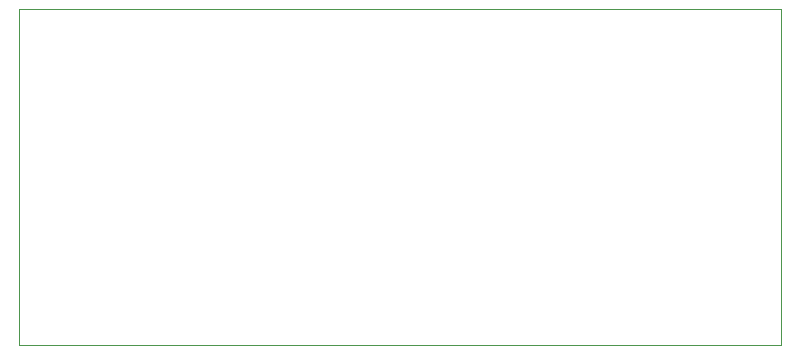
<source format=gbr>
%TF.GenerationSoftware,KiCad,Pcbnew,8.0.1*%
%TF.CreationDate,2024-03-24T23:20:45+02:00*%
%TF.ProjectId,_autosave-_autosave-Assignment 2,5f617574-6f73-4617-9665-2d5f6175746f,rev?*%
%TF.SameCoordinates,Original*%
%TF.FileFunction,Profile,NP*%
%FSLAX46Y46*%
G04 Gerber Fmt 4.6, Leading zero omitted, Abs format (unit mm)*
G04 Created by KiCad (PCBNEW 8.0.1) date 2024-03-24 23:20:45*
%MOMM*%
%LPD*%
G01*
G04 APERTURE LIST*
%TA.AperFunction,Profile*%
%ADD10C,0.050000*%
%TD*%
G04 APERTURE END LIST*
D10*
X110500000Y-102500000D02*
X175000000Y-102500000D01*
X175000000Y-131000000D01*
X110500000Y-131000000D01*
X110500000Y-102500000D01*
M02*

</source>
